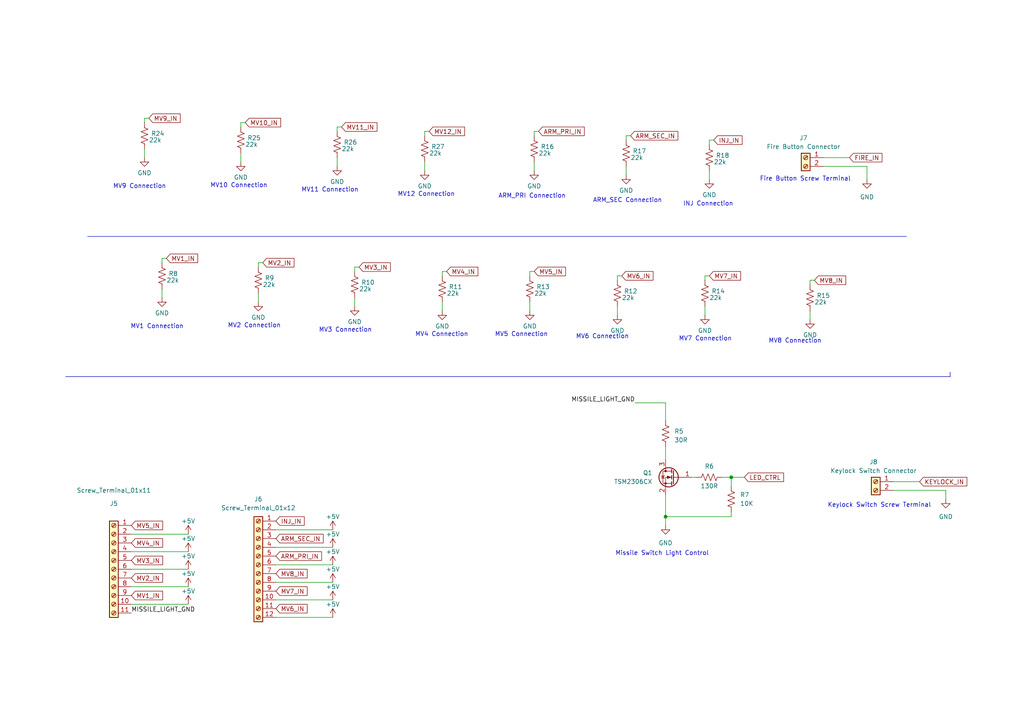
<source format=kicad_sch>
(kicad_sch (version 20231120) (generator "eeschema") (generator_version "8.0")
  (paper "A4")
  (lib_symbols
    (symbol "Connector:Screw_Terminal_01x02" (pin_names (offset 1.016) hide)
      (property "Reference" "J" (at 0 2.54 0))
      (property "Value" "Screw_Terminal_01x02" (at 0 -5.08 0))
      (symbol "Screw_Terminal_01x02_1_1"
        (rectangle (start -1.27 1.27) (end 1.27 -3.81) (stroke (width 0.254)) (fill (type background)))
        (circle (center 0 -2.54) (radius 0.635) (stroke (width 0.1524)))
        (polyline (pts (xy -0.5334 -2.2098) (xy 0.3302 -3.048)) (stroke (width 0.1524)))
        (polyline (pts (xy -0.5334 0.3302) (xy 0.3302 -0.508)) (stroke (width 0.1524)))
        (polyline (pts (xy -0.3556 -2.032) (xy 0.508 -2.8702)) (stroke (width 0.1524)))
        (polyline (pts (xy -0.3556 0.508) (xy 0.508 -0.3302)) (stroke (width 0.1524)))
        (circle (center 0 0) (radius 0.635) (stroke (width 0.1524)))
        (pin passive line (at -5.08 0 0) (length 3.81) (name "Pin_1") (number "1"))
        (pin passive line (at -5.08 -2.54 0) (length 3.81) (name "Pin_2") (number "2"))
      )
    )
    (symbol "Connector:Screw_Terminal_01x11" (pin_names (offset 1.016) hide)
      (property "Reference" "J" (at 0 15.24 0))
      (property "Value" "Screw_Terminal_01x11" (at 0 -15.24 0))
      (symbol "Screw_Terminal_01x11_1_1"
        (rectangle (start -1.27 13.97) (end 1.27 -13.97) (stroke (width 0.254)) (fill (type background)))
        (circle (center 0 -12.7) (radius 0.635) (stroke (width 0.1524)))
        (circle (center 0 -10.16) (radius 0.635) (stroke (width 0.1524)))
        (circle (center 0 -7.62) (radius 0.635) (stroke (width 0.1524)))
        (circle (center 0 -5.08) (radius 0.635) (stroke (width 0.1524)))
        (circle (center 0 -2.54) (radius 0.635) (stroke (width 0.1524)))
        (polyline (pts (xy -0.5334 -12.3698) (xy 0.3302 -13.208)) (stroke (width 0.1524)))
        (polyline (pts (xy -0.5334 -9.8298) (xy 0.3302 -10.668)) (stroke (width 0.1524)))
        (polyline (pts (xy -0.5334 -7.2898) (xy 0.3302 -8.128)) (stroke (width 0.1524)))
        (polyline (pts (xy -0.5334 -4.7498) (xy 0.3302 -5.588)) (stroke (width 0.1524)))
        (polyline (pts (xy -0.5334 -2.2098) (xy 0.3302 -3.048)) (stroke (width 0.1524)))
        (polyline (pts (xy -0.5334 0.3302) (xy 0.3302 -0.508)) (stroke (width 0.1524)))
        (polyline (pts (xy -0.5334 2.8702) (xy 0.3302 2.032)) (stroke (width 0.1524)))
        (polyline (pts (xy -0.5334 5.4102) (xy 0.3302 4.572)) (stroke (width 0.1524)))
        (polyline (pts (xy -0.5334 7.9502) (xy 0.3302 7.112)) (stroke (width 0.1524)))
        (polyline (pts (xy -0.5334 10.4902) (xy 0.3302 9.652)) (stroke (width 0.1524)))
        (polyline (pts (xy -0.5334 13.0302) (xy 0.3302 12.192)) (stroke (width 0.1524)))
        (polyline (pts (xy -0.3556 -12.192) (xy 0.508 -13.0302)) (stroke (width 0.1524)))
        (polyline (pts (xy -0.3556 -9.652) (xy 0.508 -10.4902)) (stroke (width 0.1524)))
        (polyline (pts (xy -0.3556 -7.112) (xy 0.508 -7.9502)) (stroke (width 0.1524)))
        (polyline (pts (xy -0.3556 -4.572) (xy 0.508 -5.4102)) (stroke (width 0.1524)))
        (polyline (pts (xy -0.3556 -2.032) (xy 0.508 -2.8702)) (stroke (width 0.1524)))
        (polyline (pts (xy -0.3556 0.508) (xy 0.508 -0.3302)) (stroke (width 0.1524)))
        (polyline (pts (xy -0.3556 3.048) (xy 0.508 2.2098)) (stroke (width 0.1524)))
        (polyline (pts (xy -0.3556 5.588) (xy 0.508 4.7498)) (stroke (width 0.1524)))
        (polyline (pts (xy -0.3556 8.128) (xy 0.508 7.2898)) (stroke (width 0.1524)))
        (polyline (pts (xy -0.3556 10.668) (xy 0.508 9.8298)) (stroke (width 0.1524)))
        (polyline (pts (xy -0.3556 13.208) (xy 0.508 12.3698)) (stroke (width 0.1524)))
        (circle (center 0 0) (radius 0.635) (stroke (width 0.1524)))
        (circle (center 0 2.54) (radius 0.635) (stroke (width 0.1524)))
        (circle (center 0 5.08) (radius 0.635) (stroke (width 0.1524)))
        (circle (center 0 7.62) (radius 0.635) (stroke (width 0.1524)))
        (circle (center 0 10.16) (radius 0.635) (stroke (width 0.1524)))
        (circle (center 0 12.7) (radius 0.635) (stroke (width 0.1524)))
        (pin passive line (at -5.08 12.7 0) (length 3.81) (name "Pin_1") (number "1"))
        (pin passive line (at -5.08 -10.16 0) (length 3.81) (name "Pin_10") (number "10"))
        (pin passive line (at -5.08 -12.7 0) (length 3.81) (name "Pin_11") (number "11"))
        (pin passive line (at -5.08 10.16 0) (length 3.81) (name "Pin_2") (number "2"))
        (pin passive line (at -5.08 7.62 0) (length 3.81) (name "Pin_3") (number "3"))
        (pin passive line (at -5.08 5.08 0) (length 3.81) (name "Pin_4") (number "4"))
        (pin passive line (at -5.08 2.54 0) (length 3.81) (name "Pin_5") (number "5"))
        (pin passive line (at -5.08 0 0) (length 3.81) (name "Pin_6") (number "6"))
        (pin passive line (at -5.08 -2.54 0) (length 3.81) (name "Pin_7") (number "7"))
        (pin passive line (at -5.08 -5.08 0) (length 3.81) (name "Pin_8") (number "8"))
        (pin passive line (at -5.08 -7.62 0) (length 3.81) (name "Pin_9") (number "9"))
      )
    )
    (symbol "Connector:Screw_Terminal_01x12" (pin_names (offset 1.016) hide)
      (property "Reference" "J" (at 0 15.24 0))
      (property "Value" "Screw_Terminal_01x12" (at 0 -17.78 0))
      (symbol "Screw_Terminal_01x12_1_1"
        (rectangle (start -1.27 13.97) (end 1.27 -16.51) (stroke (width 0.254)) (fill (type background)))
        (circle (center 0 -15.24) (radius 0.635) (stroke (width 0.1524)))
        (circle (center 0 -12.7) (radius 0.635) (stroke (width 0.1524)))
        (circle (center 0 -10.16) (radius 0.635) (stroke (width 0.1524)))
        (circle (center 0 -7.62) (radius 0.635) (stroke (width 0.1524)))
        (circle (center 0 -5.08) (radius 0.635) (stroke (width 0.1524)))
        (circle (center 0 -2.54) (radius 0.635) (stroke (width 0.1524)))
        (polyline (pts (xy -0.5334 -14.9098) (xy 0.3302 -15.748)) (stroke (width 0.1524)))
        (polyline (pts (xy -0.5334 -12.3698) (xy 0.3302 -13.208)) (stroke (width 0.1524)))
        (polyline (pts (xy -0.5334 -9.8298) (xy 0.3302 -10.668)) (stroke (width 0.1524)))
        (polyline (pts (xy -0.5334 -7.2898) (xy 0.3302 -8.128)) (stroke (width 0.1524)))
        (polyline (pts (xy -0.5334 -4.7498) (xy 0.3302 -5.588)) (stroke (width 0.1524)))
        (polyline (pts (xy -0.5334 -2.2098) (xy 0.3302 -3.048)) (stroke (width 0.1524)))
        (polyline (pts (xy -0.5334 0.3302) (xy 0.3302 -0.508)) (stroke (width 0.1524)))
        (polyline (pts (xy -0.5334 2.8702) (xy 0.3302 2.032)) (stroke (width 0.1524)))
        (polyline (pts (xy -0.5334 5.4102) (xy 0.3302 4.572)) (stroke (width 0.1524)))
        (polyline (pts (xy -0.5334 7.9502) (xy 0.3302 7.112)) (stroke (width 0.1524)))
        (polyline (pts (xy -0.5334 10.4902) (xy 0.3302 9.652)) (stroke (width 0.1524)))
        (polyline (pts (xy -0.5334 13.0302) (xy 0.3302 12.192)) (stroke (width 0.1524)))
        (polyline (pts (xy -0.3556 -14.732) (xy 0.508 -15.5702)) (stroke (width 0.1524)))
        (polyline (pts (xy -0.3556 -12.192) (xy 0.508 -13.0302)) (stroke (width 0.1524)))
        (polyline (pts (xy -0.3556 -9.652) (xy 0.508 -10.4902)) (stroke (width 0.1524)))
        (polyline (pts (xy -0.3556 -7.112) (xy 0.508 -7.9502)) (stroke (width 0.1524)))
        (polyline (pts (xy -0.3556 -4.572) (xy 0.508 -5.4102)) (stroke (width 0.1524)))
        (polyline (pts (xy -0.3556 -2.032) (xy 0.508 -2.8702)) (stroke (width 0.1524)))
        (polyline (pts (xy -0.3556 0.508) (xy 0.508 -0.3302)) (stroke (width 0.1524)))
        (polyline (pts (xy -0.3556 3.048) (xy 0.508 2.2098)) (stroke (width 0.1524)))
        (polyline (pts (xy -0.3556 5.588) (xy 0.508 4.7498)) (stroke (width 0.1524)))
        (polyline (pts (xy -0.3556 8.128) (xy 0.508 7.2898)) (stroke (width 0.1524)))
        (polyline (pts (xy -0.3556 10.668) (xy 0.508 9.8298)) (stroke (width 0.1524)))
        (polyline (pts (xy -0.3556 13.208) (xy 0.508 12.3698)) (stroke (width 0.1524)))
        (circle (center 0 0) (radius 0.635) (stroke (width 0.1524)))
        (circle (center 0 2.54) (radius 0.635) (stroke (width 0.1524)))
        (circle (center 0 5.08) (radius 0.635) (stroke (width 0.1524)))
        (circle (center 0 7.62) (radius 0.635) (stroke (width 0.1524)))
        (circle (center 0 10.16) (radius 0.635) (stroke (width 0.1524)))
        (circle (center 0 12.7) (radius 0.635) (stroke (width 0.1524)))
        (pin passive line (at -5.08 12.7 0) (length 3.81) (name "Pin_1") (number "1"))
        (pin passive line (at -5.08 -10.16 0) (length 3.81) (name "Pin_10") (number "10"))
        (pin passive line (at -5.08 -12.7 0) (length 3.81) (name "Pin_11") (number "11"))
        (pin passive line (at -5.08 -15.24 0) (length 3.81) (name "Pin_12") (number "12"))
        (pin passive line (at -5.08 10.16 0) (length 3.81) (name "Pin_2") (number "2"))
        (pin passive line (at -5.08 7.62 0) (length 3.81) (name "Pin_3") (number "3"))
        (pin passive line (at -5.08 5.08 0) (length 3.81) (name "Pin_4") (number "4"))
        (pin passive line (at -5.08 2.54 0) (length 3.81) (name "Pin_5") (number "5"))
        (pin passive line (at -5.08 0 0) (length 3.81) (name "Pin_6") (number "6"))
        (pin passive line (at -5.08 -2.54 0) (length 3.81) (name "Pin_7") (number "7"))
        (pin passive line (at -5.08 -5.08 0) (length 3.81) (name "Pin_8") (number "8"))
        (pin passive line (at -5.08 -7.62 0) (length 3.81) (name "Pin_9") (number "9"))
      )
    )
    (symbol "Device:Q_NMOS_GSD" (pin_names (offset 0) hide)
      (property "Reference" "Q" (at 5.08 1.27 0))
      (property "Value" "Q_NMOS_GSD" (at 5.08 -1.27 0))
      (symbol "Q_NMOS_GSD_0_1"
        (polyline (pts (xy 0.254 0) (xy -2.54 0)))
        (polyline (pts (xy 0.254 1.905) (xy 0.254 -1.905)) (stroke (width 0.254)))
        (polyline (pts (xy 0.762 -1.27) (xy 0.762 -2.286)) (stroke (width 0.254)))
        (polyline (pts (xy 0.762 0.508) (xy 0.762 -0.508)) (stroke (width 0.254)))
        (polyline (pts (xy 0.762 2.286) (xy 0.762 1.27)) (stroke (width 0.254)))
        (polyline (pts (xy 2.54 2.54) (xy 2.54 1.778)))
        (polyline (pts (xy 2.54 -2.54) (xy 2.54 0) (xy 0.762 0)))
        (polyline (pts (xy 0.762 -1.778) (xy 3.302 -1.778) (xy 3.302 1.778) (xy 0.762 1.778)))
        (polyline (pts (xy 1.016 0) (xy 2.032 0.381) (xy 2.032 -0.381) (xy 1.016 0)) (fill (type outline)))
        (polyline (pts (xy 2.794 0.508) (xy 2.921 0.381) (xy 3.683 0.381) (xy 3.81 0.254)))
        (polyline (pts (xy 3.302 0.381) (xy 2.921 -0.254) (xy 3.683 -0.254) (xy 3.302 0.381)))
        (circle (center 1.651 0) (radius 2.794) (stroke (width 0.254)))
        (circle (center 2.54 -1.778) (radius 0.254) (fill (type outline)))
        (circle (center 2.54 1.778) (radius 0.254) (fill (type outline)))
      )
      (symbol "Q_NMOS_GSD_1_1"
        (pin input line (at -5.08 0 0) (length 2.54) (name "G") (number "1"))
        (pin passive line (at 2.54 -5.08 90) (length 2.54) (name "S") (number "2"))
        (pin passive line (at 2.54 5.08 270) (length 2.54) (name "D") (number "3"))
      )
    )
    (symbol "Device:R_US" (pin_numbers hide) (pin_names (offset 0))
      (property "Reference" "R" (at 2.54 0 90))
      (property "Value" "R_US" (at -2.54 0 90))
      (symbol "R_US_0_1"
        (polyline (pts (xy 0 -2.286) (xy 0 -2.54)))
        (polyline (pts (xy 0 2.286) (xy 0 2.54)))
        (polyline (pts (xy 0 -0.762) (xy 1.016 -1.143) (xy 0 -1.524) (xy -1.016 -1.905) (xy 0 -2.286)))
        (polyline (pts (xy 0 0.762) (xy 1.016 0.381) (xy 0 0) (xy -1.016 -0.381) (xy 0 -0.762)))
        (polyline (pts (xy 0 2.286) (xy 1.016 1.905) (xy 0 1.524) (xy -1.016 1.143) (xy 0 0.762)))
      )
      (symbol "R_US_1_1"
        (pin passive line (at 0 3.81 270) (length 1.27) (name "~") (number "1"))
        (pin passive line (at 0 -3.81 90) (length 1.27) (name "~") (number "2"))
      )
    )
    (symbol "power:+5V" (power) (pin_names (offset 0))
      (property "Value" "+5V" (at 0 3.556 0))
      (symbol "+5V_0_1"
        (polyline (pts (xy -0.762 1.27) (xy 0 2.54)))
        (polyline (pts (xy 0 0) (xy 0 2.54)))
        (polyline (pts (xy 0 2.54) (xy 0.762 1.27)))
      )
      (symbol "+5V_1_1"
        (pin power_in line (at 0 0 90) (length 0) hide (name "+5V") (number "1"))
      )
    )
    (symbol "power:GND" (power) (pin_names (offset 0))
      (property "Value" "GND" (at 0 -3.81 0))
      (symbol "GND_0_1"
        (polyline (pts (xy 0 0) (xy 0 -1.27) (xy 1.27 -1.27) (xy 0 -2.54) (xy -1.27 -1.27) (xy 0 -1.27)))
      )
      (symbol "GND_1_1"
        (pin power_in line (at 0 0 270) (length 0) hide (name "GND") (number "1"))
      )
    )
  )
  (junction (at 212.09 138.43))
  (junction (at 193.04 149.86))
  (wire (pts (xy 80.01 158.75) (xy 96.52 158.75)))
  (wire (pts (xy 46.99 83.82) (xy 46.99 86.36)))
  (wire (pts (xy 251.46 48.26) (xy 251.46 52.07)))
  (wire (pts (xy 153.67 78.74) (xy 154.94 78.74)))
  (wire (pts (xy 69.85 35.56) (xy 71.12 35.56)))
  (wire (pts (xy 97.79 36.83) (xy 99.06 36.83)))
  (wire (pts (xy 181.61 39.37) (xy 182.88 39.37)))
  (wire (pts (xy 204.47 80.01) (xy 205.74 80.01)))
  (wire (pts (xy 128.27 78.74) (xy 128.27 80.01)))
  (wire (pts (xy 204.47 88.9) (xy 204.47 91.44)))
  (polyline (pts (xy 275.59 107.95) (xy 275.59 109.22)))
  (wire (pts (xy 184.15 116.84) (xy 193.04 116.84)))
  (wire (pts (xy 193.04 149.86) (xy 193.04 152.4)))
  (wire (pts (xy 102.87 86.36) (xy 102.87 88.9)))
  (wire (pts (xy 97.79 36.83) (xy 97.79 38.1)))
  (wire (pts (xy 97.79 45.72) (xy 97.79 48.26)))
  (wire (pts (xy 154.94 38.1) (xy 156.21 38.1)))
  (wire (pts (xy 46.99 74.93) (xy 48.26 74.93)))
  (wire (pts (xy 41.91 34.29) (xy 43.18 34.29)))
  (wire (pts (xy 123.19 46.99) (xy 123.19 49.53)))
  (wire (pts (xy 234.95 90.17) (xy 234.95 92.71)))
  (wire (pts (xy 69.85 35.56) (xy 69.85 36.83)))
  (wire (pts (xy 41.91 43.18) (xy 41.91 45.72)))
  (wire (pts (xy 41.91 34.29) (xy 41.91 35.56)))
  (wire (pts (xy 123.19 38.1) (xy 124.46 38.1)))
  (wire (pts (xy 181.61 48.26) (xy 181.61 50.8)))
  (wire (pts (xy 80.01 168.91) (xy 96.52 168.91)))
  (wire (pts (xy 38.1 160.02) (xy 54.61 160.02)))
  (wire (pts (xy 74.93 76.2) (xy 76.2 76.2)))
  (wire (pts (xy 259.08 142.24) (xy 274.32 142.24)))
  (wire (pts (xy 80.01 173.99) (xy 96.52 173.99)))
  (wire (pts (xy 80.01 163.83) (xy 96.52 163.83)))
  (wire (pts (xy 212.09 148.59) (xy 212.09 149.86)))
  (wire (pts (xy 80.01 153.67) (xy 96.52 153.67)))
  (wire (pts (xy 128.27 78.74) (xy 129.54 78.74)))
  (wire (pts (xy 204.47 80.01) (xy 204.47 81.28)))
  (wire (pts (xy 212.09 138.43) (xy 212.09 140.97)))
  (wire (pts (xy 74.93 76.2) (xy 74.93 77.47)))
  (wire (pts (xy 274.32 142.24) (xy 274.32 144.78)))
  (wire (pts (xy 123.19 38.1) (xy 123.19 39.37)))
  (wire (pts (xy 154.94 46.99) (xy 154.94 49.53)))
  (wire (pts (xy 38.1 154.94) (xy 54.61 154.94)))
  (wire (pts (xy 259.08 139.7) (xy 266.7 139.7)))
  (wire (pts (xy 179.07 88.9) (xy 179.07 91.44)))
  (wire (pts (xy 234.95 81.28) (xy 236.22 81.28)))
  (wire (pts (xy 181.61 39.37) (xy 181.61 40.64)))
  (wire (pts (xy 193.04 129.54) (xy 193.04 133.35)))
  (wire (pts (xy 74.93 85.09) (xy 74.93 87.63)))
  (wire (pts (xy 38.1 165.1) (xy 54.61 165.1)))
  (wire (pts (xy 38.1 175.26) (xy 54.61 175.26)))
  (wire (pts (xy 179.07 80.01) (xy 179.07 81.28)))
  (wire (pts (xy 205.74 49.53) (xy 205.74 52.07)))
  (wire (pts (xy 193.04 149.86) (xy 212.09 149.86)))
  (wire (pts (xy 46.99 74.93) (xy 46.99 76.2)))
  (wire (pts (xy 238.76 45.72) (xy 246.38 45.72)))
  (wire (pts (xy 205.74 40.64) (xy 207.01 40.64)))
  (wire (pts (xy 102.87 77.47) (xy 104.14 77.47)))
  (wire (pts (xy 179.07 80.01) (xy 180.34 80.01)))
  (polyline (pts (xy 25.4 68.58) (xy 262.89 68.58)))
  (wire (pts (xy 154.94 38.1) (xy 154.94 39.37)))
  (wire (pts (xy 38.1 170.18) (xy 54.61 170.18)))
  (wire (pts (xy 102.87 77.47) (xy 102.87 78.74)))
  (wire (pts (xy 212.09 138.43) (xy 215.9 138.43)))
  (wire (pts (xy 80.01 179.07) (xy 96.52 179.07)))
  (wire (pts (xy 205.74 40.64) (xy 205.74 41.91)))
  (wire (pts (xy 153.67 78.74) (xy 153.67 80.01)))
  (polyline (pts (xy 19.05 109.22) (xy 275.59 109.22)))
  (wire (pts (xy 128.27 87.63) (xy 128.27 90.17)))
  (wire (pts (xy 238.76 48.26) (xy 251.46 48.26)))
  (wire (pts (xy 209.55 138.43) (xy 212.09 138.43)))
  (wire (pts (xy 234.95 81.28) (xy 234.95 82.55)))
  (wire (pts (xy 193.04 116.84) (xy 193.04 121.92)))
  (wire (pts (xy 69.85 44.45) (xy 69.85 46.99)))
  (wire (pts (xy 200.66 138.43) (xy 201.93 138.43)))
  (wire (pts (xy 153.67 87.63) (xy 153.67 90.17)))
  (wire (pts (xy 193.04 143.51) (xy 193.04 149.86)))
  (text "MV9 Connection" (at 32.766 54.864 0) (effects (font (size 1.27 1.27)) (justify left bottom)))
  (text "MV8 Connection" (at 222.885 99.695 0) (effects (font (size 1.27 1.27)) (justify left bottom)))
  (text "Fire Button Screw Terminal" (at 220.345 52.705 0) (effects (font (size 1.27 1.27)) (justify left bottom)))
  (text "ARM_PRI Connection" (at 144.526 57.658 0) (effects (font (size 1.27 1.27)) (justify left bottom)))
  (text "MV6 Connection" (at 167.005 98.425 0) (effects (font (size 1.27 1.27)) (justify left bottom)))
  (text "MV2 Connection" (at 66.04 95.25 0) (effects (font (size 1.27 1.27)) (justify left bottom)))
  (text "Missile Switch Light Control" (at 178.435 161.29 0) (effects (font (size 1.27 1.27)) (justify left bottom)))
  (text "MV11 Connection" (at 87.376 55.88 0) (effects (font (size 1.27 1.27)) (justify left bottom)))
  (text "MV7 Connection" (at 196.85 99.06 0) (effects (font (size 1.27 1.27)) (justify left bottom)))
  (text "ARM_SEC Connection" (at 171.958 58.928 0) (effects (font (size 1.27 1.27)) (justify left bottom)))
  (text "MV1 Connection" (at 37.846 95.504 0) (effects (font (size 1.27 1.27)) (justify left bottom)))
  (text "INJ Connection" (at 198.12 59.944 0) (effects (font (size 1.27 1.27)) (justify left bottom)))
  (text "MV10 Connection" (at 60.96 54.61 0) (effects (font (size 1.27 1.27)) (justify left bottom)))
  (text "MV5 Connection" (at 143.51 97.79 0) (effects (font (size 1.27 1.27)) (justify left bottom)))
  (text "MV4 Connection" (at 120.396 97.79 0) (effects (font (size 1.27 1.27)) (justify left bottom)))
  (text "Keylock Switch Screw Terminal" (at 240.03 147.32 0) (effects (font (size 1.27 1.27)) (justify left bottom)))
  (text "MV3 Connection" (at 92.456 96.52 0) (effects (font (size 1.27 1.27)) (justify left bottom)))
  (text "MV12 Connection" (at 115.316 57.15 0) (effects (font (size 1.27 1.27)) (justify left bottom)))
  (label "MISSILE_LIGHT_GND" (at 38.1 177.8 0))
  (label "MISSILE_LIGHT_GND" (at 184.15 116.84 180))
  (global_label "MV1_IN" (shape input) (at 48.26 74.93 0) (property "Intersheetrefs" "${INTERSHEET_REFS}" (effects (hide yes))))
  (global_label "MV10_IN" (shape input) (at 71.12 35.56 0) (property "Intersheetrefs" "${INTERSHEET_REFS}" (effects (hide yes))))
  (global_label "MV7_IN" (shape input) (at 205.74 80.01 0) (property "Intersheetrefs" "${INTERSHEET_REFS}" (effects (hide yes))))
  (global_label "MV4_IN" (shape input) (at 38.1 157.48 0) (property "Intersheetrefs" "${INTERSHEET_REFS}" (effects (hide yes))))
  (global_label "KEYLOCK_IN" (shape input) (at 266.7 139.7 0) (property "Intersheetrefs" "${INTERSHEET_REFS}" (effects (hide yes))))
  (global_label "MV9_IN" (shape input) (at 43.18 34.29 0) (property "Intersheetrefs" "${INTERSHEET_REFS}" (effects (hide yes))))
  (global_label "MV6_IN" (shape input) (at 80.01 176.53 0) (property "Intersheetrefs" "${INTERSHEET_REFS}" (effects (hide yes))))
  (global_label "MV1_IN" (shape input) (at 38.1 172.72 0) (property "Intersheetrefs" "${INTERSHEET_REFS}" (effects (hide yes))))
  (global_label "MV5_IN" (shape input) (at 38.1 152.4 0) (property "Intersheetrefs" "${INTERSHEET_REFS}" (effects (hide yes))))
  (global_label "ARM_PRI_IN" (shape input) (at 156.21 38.1 0) (property "Intersheetrefs" "${INTERSHEET_REFS}" (effects (hide yes))))
  (global_label "LED_CTRL" (shape input) (at 215.9 138.43 0) (property "Intersheetrefs" "${INTERSHEET_REFS}" (effects (hide yes))))
  (global_label "MV12_IN" (shape input) (at 124.46 38.1 0) (property "Intersheetrefs" "${INTERSHEET_REFS}" (effects (hide yes))))
  (global_label "FIRE_IN" (shape input) (at 246.38 45.72 0) (property "Intersheetrefs" "${INTERSHEET_REFS}" (effects (hide yes))))
  (global_label "MV2_IN" (shape input) (at 76.2 76.2 0) (property "Intersheetrefs" "${INTERSHEET_REFS}" (effects (hide yes))))
  (global_label "MV4_IN" (shape input) (at 129.54 78.74 0) (property "Intersheetrefs" "${INTERSHEET_REFS}" (effects (hide yes))))
  (global_label "MV7_IN" (shape input) (at 80.01 171.45 0) (property "Intersheetrefs" "${INTERSHEET_REFS}" (effects (hide yes))))
  (global_label "MV5_IN" (shape input) (at 154.94 78.74 0) (property "Intersheetrefs" "${INTERSHEET_REFS}" (effects (hide yes))))
  (global_label "MV8_IN" (shape input) (at 236.22 81.28 0) (property "Intersheetrefs" "${INTERSHEET_REFS}" (effects (hide yes))))
  (global_label "INJ_IN" (shape input) (at 207.01 40.64 0) (property "Intersheetrefs" "${INTERSHEET_REFS}" (effects (hide yes))))
  (global_label "ARM_SEC_IN" (shape input) (at 80.01 156.21 0) (property "Intersheetrefs" "${INTERSHEET_REFS}" (effects (hide yes))))
  (global_label "MV6_IN" (shape input) (at 180.34 80.01 0) (property "Intersheetrefs" "${INTERSHEET_REFS}" (effects (hide yes))))
  (global_label "MV3_IN" (shape input) (at 104.14 77.47 0) (property "Intersheetrefs" "${INTERSHEET_REFS}" (effects (hide yes))))
  (global_label "INJ_IN" (shape input) (at 80.01 151.13 0) (property "Intersheetrefs" "${INTERSHEET_REFS}" (effects (hide yes))))
  (global_label "MV2_IN" (shape input) (at 38.1 167.64 0) (property "Intersheetrefs" "${INTERSHEET_REFS}" (effects (hide yes))))
  (global_label "MV8_IN" (shape input) (at 80.01 166.37 0) (property "Intersheetrefs" "${INTERSHEET_REFS}" (effects (hide yes))))
  (global_label "MV3_IN" (shape input) (at 38.1 162.56 0) (property "Intersheetrefs" "${INTERSHEET_REFS}" (effects (hide yes))))
  (global_label "ARM_SEC_IN" (shape input) (at 182.88 39.37 0) (property "Intersheetrefs" "${INTERSHEET_REFS}" (effects (hide yes))))
  (global_label "ARM_PRI_IN" (shape input) (at 80.01 161.29 0) (property "Intersheetrefs" "${INTERSHEET_REFS}" (effects (hide yes))))
  (global_label "MV11_IN" (shape input) (at 99.06 36.83 0) (property "Intersheetrefs" "${INTERSHEET_REFS}" (effects (hide yes))))
  (symbol (lib_id "power:GND") (at 181.61 50.8 0) (unit 1)
    (property "Reference" "#PWR048" (effects (hide yes)))
    (property "Value" "GND" (at 181.61 55.245 0))
  )
  (symbol (lib_id "power:GND") (at 179.07 91.44 0) (unit 1)
    (property "Reference" "#PWR037" (effects (hide yes)))
    (property "Value" "GND" (at 179.07 95.885 0))
  )
  (symbol (lib_id "power:+5V") (at 54.61 175.26 0) (unit 1)
    (property "Reference" "#PWR035" (effects (hide yes)))
    (property "Value" "+5V" (at 54.61 171.45 0))
  )
  (symbol (lib_id "Device:R_US") (at 46.99 80.01 0) (unit 1)
    (property "Reference" "R8" (at 48.895 79.375 0) (effects (justify left)))
    (property "Value" "22k" (at 48.26 81.28 0) (effects (justify left)))
    (property "Footprint" "Resistor_SMD:R_0805_2012Metric_Pad1.20x1.40mm_HandSolder" (effects (hide yes)))
  )
  (symbol (lib_id "Device:R_US") (at 204.47 85.09 0) (unit 1)
    (property "Reference" "R14" (at 206.375 84.455 0) (effects (justify left)))
    (property "Value" "22k" (at 205.74 86.36 0) (effects (justify left)))
    (property "Footprint" "Resistor_SMD:R_0805_2012Metric_Pad1.20x1.40mm_HandSolder" (effects (hide yes)))
  )
  (symbol (lib_id "power:+5V") (at 54.61 170.18 0) (unit 1)
    (property "Reference" "#PWR034" (effects (hide yes)))
    (property "Value" "+5V" (at 54.61 166.37 0))
  )
  (symbol (lib_id "power:GND") (at 69.85 46.99 0) (unit 1)
    (property "Reference" "#PWR055" (effects (hide yes)))
    (property "Value" "GND" (at 69.85 51.435 0))
  )
  (symbol (lib_id "power:+5V") (at 96.52 158.75 0) (unit 1)
    (property "Reference" "#PWR040" (effects (hide yes)))
    (property "Value" "+5V" (at 96.52 154.94 0))
  )
  (symbol (lib_id "power:+5V") (at 96.52 168.91 0) (unit 1)
    (property "Reference" "#PWR042" (effects (hide yes)))
    (property "Value" "+5V" (at 96.52 165.1 0))
  )
  (symbol (lib_id "power:+5V") (at 96.52 153.67 0) (unit 1)
    (property "Reference" "#PWR039" (effects (hide yes)))
    (property "Value" "+5V" (at 96.52 149.86 0))
  )
  (symbol (lib_id "Device:R_US") (at 97.79 41.91 0) (unit 1)
    (property "Reference" "R26" (at 99.695 41.275 0) (effects (justify left)))
    (property "Value" "22k" (at 99.06 43.18 0) (effects (justify left)))
    (property "Footprint" "Resistor_SMD:R_0805_2012Metric_Pad1.20x1.40mm_HandSolder" (effects (hide yes)))
  )
  (symbol (lib_id "power:GND") (at 102.87 88.9 0) (unit 1)
    (property "Reference" "#PWR030" (effects (hide yes)))
    (property "Value" "GND" (at 102.87 93.345 0))
  )
  (symbol (lib_id "power:+5V") (at 54.61 165.1 0) (unit 1)
    (property "Reference" "#PWR033" (effects (hide yes)))
    (property "Value" "+5V" (at 54.61 161.29 0))
  )
  (symbol (lib_id "power:GND") (at 128.27 90.17 0) (unit 1)
    (property "Reference" "#PWR036" (effects (hide yes)))
    (property "Value" "GND" (at 128.27 94.615 0))
  )
  (symbol (lib_id "Device:R_US") (at 212.09 144.78 0) (unit 1)
    (property "Reference" "R7" (at 214.63 143.5099 0) (effects (justify left)))
    (property "Value" "10K" (at 214.63 146.0499 0) (effects (justify left)))
    (property "Footprint" "Resistor_SMD:R_0805_2012Metric_Pad1.20x1.40mm_HandSolder" (effects (hide yes)))
  )
  (symbol (lib_id "power:+5V") (at 54.61 160.02 0) (unit 1)
    (property "Reference" "#PWR032" (effects (hide yes)))
    (property "Value" "+5V" (at 54.61 156.21 0))
  )
  (symbol (lib_id "power:+5V") (at 96.52 173.99 0) (unit 1)
    (property "Reference" "#PWR043" (effects (hide yes)))
    (property "Value" "+5V" (at 96.52 170.18 0))
  )
  (symbol (lib_id "Connector:Screw_Terminal_01x11") (at 33.02 165.1 0) (mirror y) (unit 1)
    (property "Reference" "J5" (at 33.02 146.05 0))
    (property "Value" "Screw_Terminal_01x11" (at 33.02 142.24 0))
    (property "Footprint" "TerminalBlock_Phoenix:TerminalBlock_Phoenix_PT-1,5-11-3.5-H_1x11_P3.50mm_Horizontal" (effects (hide yes)))
  )
  (symbol (lib_id "Device:R_US") (at 181.61 44.45 0) (unit 1)
    (property "Reference" "R17" (at 183.515 43.815 0) (effects (justify left)))
    (property "Value" "22k" (at 182.88 45.72 0) (effects (justify left)))
    (property "Footprint" "Resistor_SMD:R_0805_2012Metric_Pad1.20x1.40mm_HandSolder" (effects (hide yes)))
  )
  (symbol (lib_id "power:GND") (at 154.94 49.53 0) (unit 1)
    (property "Reference" "#PWR047" (effects (hide yes)))
    (property "Value" "GND" (at 154.94 53.975 0))
  )
  (symbol (lib_id "Device:R_US") (at 154.94 43.18 0) (unit 1)
    (property "Reference" "R16" (at 156.845 42.545 0) (effects (justify left)))
    (property "Value" "22k" (at 156.21 44.45 0) (effects (justify left)))
    (property "Footprint" "Resistor_SMD:R_0805_2012Metric_Pad1.20x1.40mm_HandSolder" (effects (hide yes)))
  )
  (symbol (lib_id "Connector:Screw_Terminal_01x02") (at 233.68 45.72 0) (mirror y) (unit 1)
    (property "Reference" "J7" (at 233.045 40.005 0))
    (property "Value" "Fire Button Connector" (at 233.045 42.545 0))
    (property "Footprint" "TerminalBlock_Phoenix:TerminalBlock_Phoenix_MKDS-1,5-2-5.08_1x02_P5.08mm_Horizontal" (effects (hide yes)))
  )
  (symbol (lib_id "Connector:Screw_Terminal_01x12") (at 74.93 163.83 0) (mirror y) (unit 1)
    (property "Reference" "J6" (at 74.93 144.78 0))
    (property "Value" "Screw_Terminal_01x12" (at 74.93 147.32 0))
    (property "Footprint" "TerminalBlock_Phoenix:TerminalBlock_Phoenix_PT-1,5-12-3.5-H_1x12_P3.50mm_Horizontal" (effects (hide yes)))
  )
  (symbol (lib_id "power:GND") (at 234.95 92.71 0) (unit 1)
    (property "Reference" "#PWR046" (effects (hide yes)))
    (property "Value" "GND" (at 234.95 97.155 0))
  )
  (symbol (lib_id "Device:R_US") (at 69.85 40.64 0) (unit 1)
    (property "Reference" "R25" (at 71.755 40.005 0) (effects (justify left)))
    (property "Value" "22k" (at 71.12 41.91 0) (effects (justify left)))
    (property "Footprint" "Resistor_SMD:R_0805_2012Metric_Pad1.20x1.40mm_HandSolder" (effects (hide yes)))
  )
  (symbol (lib_id "power:GND") (at 46.99 86.36 0) (unit 1)
    (property "Reference" "#PWR028" (effects (hide yes)))
    (property "Value" "GND" (at 46.99 90.805 0))
  )
  (symbol (lib_id "Connector:Screw_Terminal_01x02") (at 254 139.7 0) (mirror y) (unit 1)
    (property "Reference" "J8" (at 253.365 133.985 0))
    (property "Value" "Keylock Switch Connector" (at 253.365 136.525 0))
    (property "Footprint" "TerminalBlock_Phoenix:TerminalBlock_Phoenix_MKDS-1,5-2-5.08_1x02_P5.08mm_Horizontal" (effects (hide yes)))
  )
  (symbol (lib_id "Device:R_US") (at 234.95 86.36 0) (unit 1)
    (property "Reference" "R15" (at 236.855 85.725 0) (effects (justify left)))
    (property "Value" "22k" (at 236.22 87.63 0) (effects (justify left)))
    (property "Footprint" "Resistor_SMD:R_0805_2012Metric_Pad1.20x1.40mm_HandSolder" (effects (hide yes)))
  )
  (symbol (lib_id "Device:R_US") (at 193.04 125.73 0) (unit 1)
    (property "Reference" "R5" (at 195.58 125.095 0) (effects (justify left)))
    (property "Value" "30R" (at 195.58 127.635 0) (effects (justify left)))
    (property "Footprint" "Resistor_SMD:R_0805_2012Metric_Pad1.20x1.40mm_HandSolder" (effects (hide yes)))
  )
  (symbol (lib_id "Device:Q_NMOS_GSD") (at 195.58 138.43 0) (mirror y) (unit 1)
    (property "Reference" "Q1" (at 189.23 137.1599 0) (effects (justify left)))
    (property "Value" "TSM2306CX" (at 189.23 139.6999 0) (effects (justify left)))
    (property "Footprint" "Package_TO_SOT_SMD:SOT-23_Handsoldering" (effects (hide yes)))
  )
  (symbol (lib_id "power:GND") (at 153.67 90.17 0) (unit 1)
    (property "Reference" "#PWR038" (effects (hide yes)))
    (property "Value" "GND" (at 153.67 94.615 0))
  )
  (symbol (lib_id "Device:R_US") (at 102.87 82.55 0) (unit 1)
    (property "Reference" "R10" (at 104.775 81.915 0) (effects (justify left)))
    (property "Value" "22k" (at 104.14 83.82 0) (effects (justify left)))
    (property "Footprint" "Resistor_SMD:R_0805_2012Metric_Pad1.20x1.40mm_HandSolder" (effects (hide yes)))
  )
  (symbol (lib_id "Device:R_US") (at 179.07 85.09 0) (unit 1)
    (property "Reference" "R12" (at 180.975 84.455 0) (effects (justify left)))
    (property "Value" "22k" (at 180.34 86.36 0) (effects (justify left)))
    (property "Footprint" "Resistor_SMD:R_0805_2012Metric_Pad1.20x1.40mm_HandSolder" (effects (hide yes)))
  )
  (symbol (lib_id "Device:R_US") (at 74.93 81.28 0) (unit 1)
    (property "Reference" "R9" (at 76.835 80.645 0) (effects (justify left)))
    (property "Value" "22k" (at 76.2 82.55 0) (effects (justify left)))
    (property "Footprint" "Resistor_SMD:R_0805_2012Metric_Pad1.20x1.40mm_HandSolder" (effects (hide yes)))
  )
  (symbol (lib_id "Device:R_US") (at 205.74 45.72 0) (unit 1)
    (property "Reference" "R18" (at 207.645 45.085 0) (effects (justify left)))
    (property "Value" "22k" (at 207.01 46.99 0) (effects (justify left)))
    (property "Footprint" "Resistor_SMD:R_0805_2012Metric_Pad1.20x1.40mm_HandSolder" (effects (hide yes)))
  )
  (symbol (lib_id "Device:R_US") (at 123.19 43.18 0) (unit 1)
    (property "Reference" "R27" (at 125.095 42.545 0) (effects (justify left)))
    (property "Value" "22k" (at 124.46 44.45 0) (effects (justify left)))
    (property "Footprint" "Resistor_SMD:R_0805_2012Metric_Pad1.20x1.40mm_HandSolder" (effects (hide yes)))
  )
  (symbol (lib_id "power:GND") (at 193.04 152.4 0) (unit 1)
    (property "Reference" "#PWR027" (effects (hide yes)))
    (property "Value" "GND" (at 193.04 157.48 0))
  )
  (symbol (lib_id "Device:R_US") (at 153.67 83.82 0) (unit 1)
    (property "Reference" "R13" (at 155.575 83.185 0) (effects (justify left)))
    (property "Value" "22k" (at 154.94 85.09 0) (effects (justify left)))
    (property "Footprint" "Resistor_SMD:R_0805_2012Metric_Pad1.20x1.40mm_HandSolder" (effects (hide yes)))
  )
  (symbol (lib_id "power:GND") (at 97.79 48.26 0) (unit 1)
    (property "Reference" "#PWR056" (effects (hide yes)))
    (property "Value" "GND" (at 97.79 52.705 0))
  )
  (symbol (lib_id "power:GND") (at 74.93 87.63 0) (unit 1)
    (property "Reference" "#PWR029" (effects (hide yes)))
    (property "Value" "GND" (at 74.93 92.075 0))
  )
  (symbol (lib_id "power:+5V") (at 96.52 163.83 0) (unit 1)
    (property "Reference" "#PWR041" (effects (hide yes)))
    (property "Value" "+5V" (at 96.52 160.02 0))
  )
  (symbol (lib_id "power:GND") (at 205.74 52.07 0) (unit 1)
    (property "Reference" "#PWR049" (effects (hide yes)))
    (property "Value" "GND" (at 205.74 56.515 0))
  )
  (symbol (lib_id "power:GND") (at 251.46 52.07 0) (unit 1)
    (property "Reference" "#PWR050" (effects (hide yes)))
    (property "Value" "GND" (at 251.46 57.15 0))
  )
  (symbol (lib_id "power:GND") (at 41.91 45.72 0) (unit 1)
    (property "Reference" "#PWR054" (effects (hide yes)))
    (property "Value" "GND" (at 41.91 50.165 0))
  )
  (symbol (lib_id "power:GND") (at 123.19 49.53 0) (unit 1)
    (property "Reference" "#PWR057" (effects (hide yes)))
    (property "Value" "GND" (at 123.19 53.975 0))
  )
  (symbol (lib_id "power:GND") (at 274.32 144.78 0) (unit 1)
    (property "Reference" "#PWR058" (effects (hide yes)))
    (property "Value" "GND" (at 274.32 149.86 0))
  )
  (symbol (lib_id "Device:R_US") (at 128.27 83.82 0) (unit 1)
    (property "Reference" "R11" (at 130.175 83.185 0) (effects (justify left)))
    (property "Value" "22k" (at 129.54 85.09 0) (effects (justify left)))
    (property "Footprint" "Resistor_SMD:R_0805_2012Metric_Pad1.20x1.40mm_HandSolder" (effects (hide yes)))
  )
  (symbol (lib_id "Device:R_US") (at 41.91 39.37 0) (unit 1)
    (property "Reference" "R24" (at 43.815 38.735 0) (effects (justify left)))
    (property "Value" "22k" (at 43.18 40.64 0) (effects (justify left)))
    (property "Footprint" "Resistor_SMD:R_0805_2012Metric_Pad1.20x1.40mm_HandSolder" (effects (hide yes)))
  )
  (symbol (lib_id "Device:R_US") (at 205.74 138.43 90) (unit 1)
    (property "Reference" "R6" (at 205.74 135.255 90))
    (property "Value" "130R" (at 205.74 140.97 90))
    (property "Footprint" "Resistor_SMD:R_0805_2012Metric_Pad1.20x1.40mm_HandSolder" (effects (hide yes)))
  )
  (symbol (lib_id "power:+5V") (at 54.61 154.94 0) (unit 1)
    (property "Reference" "#PWR031" (effects (hide yes)))
    (property "Value" "+5V" (at 54.61 151.13 0))
  )
  (symbol (lib_id "power:+5V") (at 96.52 179.07 0) (unit 1)
    (property "Reference" "#PWR044" (effects (hide yes)))
    (property "Value" "+5V" (at 96.52 175.26 0))
  )
  (symbol (lib_id "power:GND") (at 204.47 91.44 0) (unit 1)
    (property "Reference" "#PWR045" (effects (hide yes)))
    (property "Value" "GND" (at 204.47 95.885 0))
  )
)
</source>
